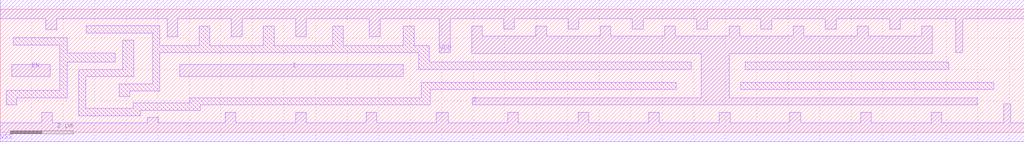
<source format=lef>
# Copyright 2022 GlobalFoundries PDK Authors
#
# Licensed under the Apache License, Version 2.0 (the "License");
# you may not use this file except in compliance with the License.
# You may obtain a copy of the License at
#
#      http://www.apache.org/licenses/LICENSE-2.0
#
# Unless required by applicable law or agreed to in writing, software
# distributed under the License is distributed on an "AS IS" BASIS,
# WITHOUT WARRANTIES OR CONDITIONS OF ANY KIND, either express or implied.
# See the License for the specific language governing permissions and
# limitations under the License.

MACRO gf180mcu_fd_sc_mcu7t5v0__bufz_16
  CLASS core ;
  FOREIGN gf180mcu_fd_sc_mcu7t5v0__bufz_16 0.0 0.0 ;
  ORIGIN 0 0 ;
  SYMMETRY X Y ;
  SITE GF018hv5v_mcu_sc7 ;
  SIZE 32.48 BY 3.92 ;
  PIN EN
    DIRECTION INPUT ;
    ANTENNAGATEAREA 1.898 ;
    PORT
      LAYER METAL1 ;
        POLYGON 0.37 1.77 1.59 1.77 1.59 2.15 0.37 2.15  ;
    END
  END EN
  PIN I
    DIRECTION INPUT ;
    ANTENNAGATEAREA 8.5485 ;
    PORT
      LAYER METAL1 ;
        POLYGON 5.69 1.77 12.79 1.77 12.79 2.15 5.69 2.15  ;
    END
  END I
  PIN Z
    DIRECTION OUTPUT ;
    ANTENNADIFFAREA 8.2992 ;
    PORT
      LAYER METAL1 ;
        POLYGON 14.95 2.505 21.92 2.505 22.23 2.505 22.23 1.095 14.97 1.095 14.97 0.865 30.99 0.865 30.99 1.095 23.13 1.095 23.13 2.505 29.57 2.505 29.57 3.38 29.23 3.38 29.23 3.055 27.53 3.055 27.53 3.38 27.19 3.38 27.19 3.055 25.49 3.055 25.49 3.38 25.15 3.38 25.15 3.055 23.45 3.055 23.45 3.38 23.13 3.38 23.13 3.055 21.92 3.055 21.41 3.055 21.41 3.38 21.07 3.38 21.07 3.055 19.37 3.055 19.37 3.38 19.03 3.38 19.03 3.055 17.33 3.055 17.33 3.38 16.99 3.38 16.99 3.055 15.29 3.055 15.29 3.38 14.95 3.38  ;
    END
  END Z
  PIN VDD
    DIRECTION INOUT ;
    USE power ;
    SHAPE ABUTMENT ;
    PORT
      LAYER METAL1 ;
        POLYGON 0 3.62 1.45 3.62 1.45 3.26 1.79 3.26 1.79 3.62 5.29 3.62 5.29 3.04 5.63 3.04 5.63 3.62 7.33 3.62 7.33 3.04 7.67 3.04 7.67 3.62 9.37 3.62 9.37 3.04 9.71 3.04 9.71 3.62 11.71 3.62 11.71 3.04 12.05 3.04 12.05 3.62 13.93 3.62 13.93 2.53 14.27 2.53 14.27 3.62 15.97 3.62 15.97 3.285 16.31 3.285 16.31 3.62 18.01 3.62 18.01 3.285 18.35 3.285 18.35 3.62 20.05 3.62 20.05 3.285 20.39 3.285 20.39 3.62 21.92 3.62 22.09 3.62 22.09 3.285 22.43 3.285 22.43 3.62 24.13 3.62 24.13 3.285 24.47 3.285 24.47 3.62 26.17 3.62 26.17 3.285 26.51 3.285 26.51 3.62 28.21 3.62 28.21 3.285 28.55 3.285 28.55 3.62 30.08 3.62 30.305 3.62 30.305 2.53 30.535 2.53 30.535 3.62 31.52 3.62 32.48 3.62 32.48 4.22 31.52 4.22 30.08 4.22 21.92 4.22 0 4.22  ;
    END
  END VDD
  PIN VSS
    DIRECTION INOUT ;
    USE ground ;
    SHAPE ABUTMENT ;
    PORT
      LAYER METAL1 ;
        POLYGON 0 -0.3 32.48 -0.3 32.48 0.3 32.055 0.3 32.055 0.9 31.825 0.9 31.825 0.3 29.87 0.3 29.87 0.635 29.53 0.635 29.53 0.3 27.63 0.3 27.63 0.635 27.29 0.635 27.29 0.3 25.39 0.3 25.39 0.635 25.05 0.635 25.05 0.3 23.15 0.3 23.15 0.635 22.81 0.635 22.81 0.3 20.91 0.3 20.91 0.635 20.57 0.635 20.57 0.3 18.67 0.3 18.67 0.635 18.33 0.635 18.33 0.3 16.43 0.3 16.43 0.635 16.09 0.635 16.09 0.3 14.21 0.3 14.21 0.635 13.835 0.635 13.835 0.3 11.95 0.3 11.95 0.635 11.61 0.635 11.61 0.3 9.71 0.3 9.71 0.635 9.37 0.635 9.37 0.3 7.47 0.3 7.47 0.635 7.13 0.635 7.13 0.3 5.01 0.3 5.01 0.475 4.67 0.475 4.67 0.3 1.65 0.3 1.65 0.64 1.31 0.64 1.31 0.3 0 0.3  ;
    END
  END VSS
  OBS
      LAYER METAL1 ;
        POLYGON 0.42 2.78 1.895 2.78 1.895 1.325 0.19 1.325 0.19 0.865 0.53 0.865 0.53 1.095 2.125 1.095 2.125 2.235 3.65 2.235 3.65 2.52 2.125 2.52 2.125 3.01 0.42 3.01  ;
        POLYGON 2.485 0.53 4.44 0.53 4.44 0.705 6.35 0.705 6.35 0.865 13.64 0.865 13.64 1.36 21.45 1.36 21.45 1.59 13.35 1.59 13.35 1.095 6.01 1.095 6.01 0.935 4.215 0.935 4.215 0.76 2.715 0.76 2.715 1.775 4.23 1.775 4.23 2.93 3.89 2.93 3.89 2.005 2.485 2.005  ;
        POLYGON 2.73 3.16 4.83 3.16 4.83 1.545 3.77 1.545 3.77 1.14 4.11 1.14 4.11 1.315 5.06 1.315 5.06 2.53 13.27 2.53 13.27 2 21.92 2 21.92 2.23 13.615 2.23 13.615 2.76 13.13 2.76 13.13 3.38 12.79 3.38 12.79 2.76 10.885 2.76 10.885 3.38 10.545 3.38 10.545 2.76 8.69 2.76 8.69 3.38 8.35 3.38 8.35 2.76 6.65 2.76 6.65 3.38 6.31 3.38 6.31 2.76 5.06 2.76 5.06 3.39 2.73 3.39  ;
        POLYGON 23.63 2 30.08 2 30.08 2.23 23.63 2.23  ;
        POLYGON 23.49 1.36 31.52 1.36 31.52 1.59 23.49 1.59  ;
  END
END gf180mcu_fd_sc_mcu7t5v0__bufz_16

</source>
